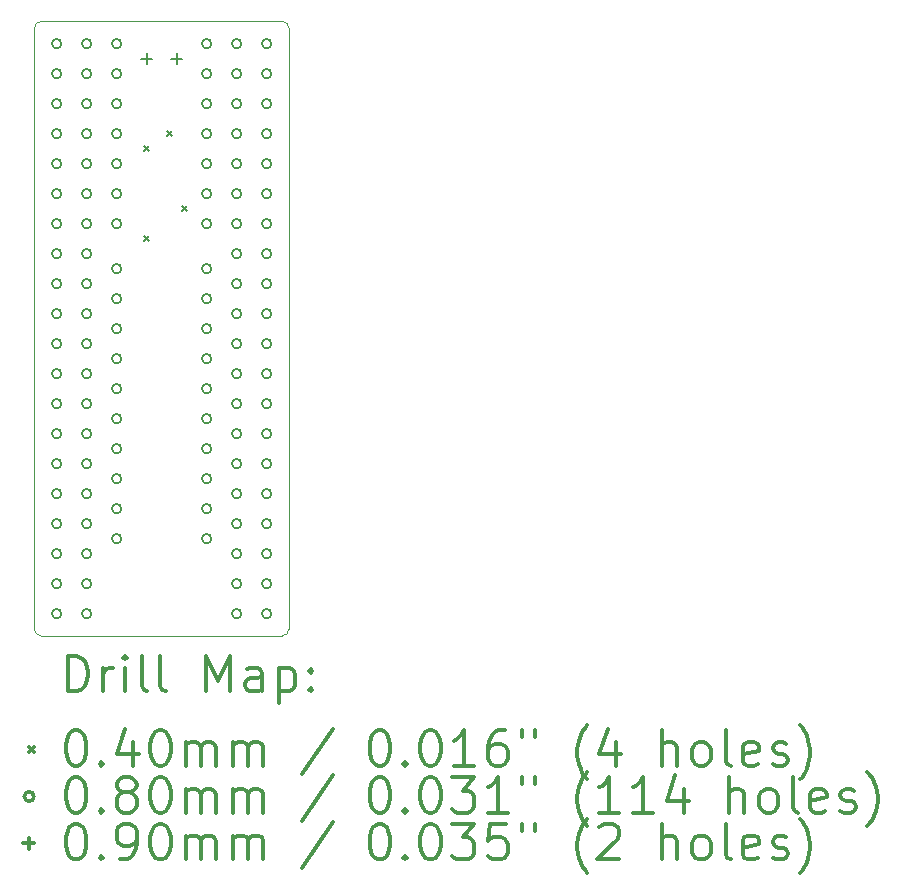
<source format=gbr>
%FSLAX45Y45*%
G04 Gerber Fmt 4.5, Leading zero omitted, Abs format (unit mm)*
G04 Created by KiCad (PCBNEW (5.1.2-1)-1) date 2023-07-30 19:37:54*
%MOMM*%
%LPD*%
G04 APERTURE LIST*
%ADD10C,0.050000*%
%ADD11C,0.200000*%
%ADD12C,0.300000*%
G04 APERTURE END LIST*
D10*
X3746500Y-2222500D02*
G75*
G02X3810000Y-2286000I0J-63500D01*
G01*
X1651000Y-2286000D02*
G75*
G02X1714500Y-2222500I63500J0D01*
G01*
X3810000Y-7366000D02*
G75*
G02X3746500Y-7429500I-63500J0D01*
G01*
X1714500Y-7429500D02*
G75*
G02X1651000Y-7366000I0J63500D01*
G01*
X1651000Y-2286000D02*
X1651000Y-7366000D01*
X3746500Y-2222500D02*
X1714500Y-2222500D01*
X3810000Y-7366000D02*
X3810000Y-2286000D01*
X1714500Y-7429500D02*
X3746500Y-7429500D01*
D11*
X2583500Y-3282000D02*
X2623500Y-3322000D01*
X2623500Y-3282000D02*
X2583500Y-3322000D01*
X2583500Y-4044000D02*
X2623500Y-4084000D01*
X2623500Y-4044000D02*
X2583500Y-4084000D01*
X2774000Y-3155000D02*
X2814000Y-3195000D01*
X2814000Y-3155000D02*
X2774000Y-3195000D01*
X2901000Y-3790000D02*
X2941000Y-3830000D01*
X2941000Y-3790000D02*
X2901000Y-3830000D01*
X2389500Y-2413000D02*
G75*
G03X2389500Y-2413000I-40000J0D01*
G01*
X2389500Y-2667000D02*
G75*
G03X2389500Y-2667000I-40000J0D01*
G01*
X2389500Y-2921000D02*
G75*
G03X2389500Y-2921000I-40000J0D01*
G01*
X2389500Y-3175000D02*
G75*
G03X2389500Y-3175000I-40000J0D01*
G01*
X2389500Y-3429000D02*
G75*
G03X2389500Y-3429000I-40000J0D01*
G01*
X2389500Y-3683000D02*
G75*
G03X2389500Y-3683000I-40000J0D01*
G01*
X2389500Y-3937000D02*
G75*
G03X2389500Y-3937000I-40000J0D01*
G01*
X3151500Y-2413000D02*
G75*
G03X3151500Y-2413000I-40000J0D01*
G01*
X3151500Y-2667000D02*
G75*
G03X3151500Y-2667000I-40000J0D01*
G01*
X3151500Y-2921000D02*
G75*
G03X3151500Y-2921000I-40000J0D01*
G01*
X3151500Y-3175000D02*
G75*
G03X3151500Y-3175000I-40000J0D01*
G01*
X3151500Y-3429000D02*
G75*
G03X3151500Y-3429000I-40000J0D01*
G01*
X3151500Y-3683000D02*
G75*
G03X3151500Y-3683000I-40000J0D01*
G01*
X3151500Y-3937000D02*
G75*
G03X3151500Y-3937000I-40000J0D01*
G01*
X2135500Y-2413000D02*
G75*
G03X2135500Y-2413000I-40000J0D01*
G01*
X2135500Y-2667000D02*
G75*
G03X2135500Y-2667000I-40000J0D01*
G01*
X2135500Y-2921000D02*
G75*
G03X2135500Y-2921000I-40000J0D01*
G01*
X2135500Y-3175000D02*
G75*
G03X2135500Y-3175000I-40000J0D01*
G01*
X2135500Y-3429000D02*
G75*
G03X2135500Y-3429000I-40000J0D01*
G01*
X2135500Y-3683000D02*
G75*
G03X2135500Y-3683000I-40000J0D01*
G01*
X2135500Y-3937000D02*
G75*
G03X2135500Y-3937000I-40000J0D01*
G01*
X2135500Y-4191000D02*
G75*
G03X2135500Y-4191000I-40000J0D01*
G01*
X2135500Y-4445000D02*
G75*
G03X2135500Y-4445000I-40000J0D01*
G01*
X2135500Y-4699000D02*
G75*
G03X2135500Y-4699000I-40000J0D01*
G01*
X2135500Y-4953000D02*
G75*
G03X2135500Y-4953000I-40000J0D01*
G01*
X2135500Y-5207000D02*
G75*
G03X2135500Y-5207000I-40000J0D01*
G01*
X2135500Y-5461000D02*
G75*
G03X2135500Y-5461000I-40000J0D01*
G01*
X2135500Y-5715000D02*
G75*
G03X2135500Y-5715000I-40000J0D01*
G01*
X2135500Y-5969000D02*
G75*
G03X2135500Y-5969000I-40000J0D01*
G01*
X2135500Y-6223000D02*
G75*
G03X2135500Y-6223000I-40000J0D01*
G01*
X2135500Y-6477000D02*
G75*
G03X2135500Y-6477000I-40000J0D01*
G01*
X2135500Y-6731000D02*
G75*
G03X2135500Y-6731000I-40000J0D01*
G01*
X2135500Y-6985000D02*
G75*
G03X2135500Y-6985000I-40000J0D01*
G01*
X2135500Y-7239000D02*
G75*
G03X2135500Y-7239000I-40000J0D01*
G01*
X3659500Y-2413000D02*
G75*
G03X3659500Y-2413000I-40000J0D01*
G01*
X3659500Y-2667000D02*
G75*
G03X3659500Y-2667000I-40000J0D01*
G01*
X3659500Y-2921000D02*
G75*
G03X3659500Y-2921000I-40000J0D01*
G01*
X3659500Y-3175000D02*
G75*
G03X3659500Y-3175000I-40000J0D01*
G01*
X3659500Y-3429000D02*
G75*
G03X3659500Y-3429000I-40000J0D01*
G01*
X3659500Y-3683000D02*
G75*
G03X3659500Y-3683000I-40000J0D01*
G01*
X3659500Y-3937000D02*
G75*
G03X3659500Y-3937000I-40000J0D01*
G01*
X3659500Y-4191000D02*
G75*
G03X3659500Y-4191000I-40000J0D01*
G01*
X3659500Y-4445000D02*
G75*
G03X3659500Y-4445000I-40000J0D01*
G01*
X3659500Y-4699000D02*
G75*
G03X3659500Y-4699000I-40000J0D01*
G01*
X3659500Y-4953000D02*
G75*
G03X3659500Y-4953000I-40000J0D01*
G01*
X3659500Y-5207000D02*
G75*
G03X3659500Y-5207000I-40000J0D01*
G01*
X3659500Y-5461000D02*
G75*
G03X3659500Y-5461000I-40000J0D01*
G01*
X3659500Y-5715000D02*
G75*
G03X3659500Y-5715000I-40000J0D01*
G01*
X3659500Y-5969000D02*
G75*
G03X3659500Y-5969000I-40000J0D01*
G01*
X3659500Y-6223000D02*
G75*
G03X3659500Y-6223000I-40000J0D01*
G01*
X3659500Y-6477000D02*
G75*
G03X3659500Y-6477000I-40000J0D01*
G01*
X3659500Y-6731000D02*
G75*
G03X3659500Y-6731000I-40000J0D01*
G01*
X3659500Y-6985000D02*
G75*
G03X3659500Y-6985000I-40000J0D01*
G01*
X3659500Y-7239000D02*
G75*
G03X3659500Y-7239000I-40000J0D01*
G01*
X2389500Y-4318000D02*
G75*
G03X2389500Y-4318000I-40000J0D01*
G01*
X2389500Y-4572000D02*
G75*
G03X2389500Y-4572000I-40000J0D01*
G01*
X2389500Y-4826000D02*
G75*
G03X2389500Y-4826000I-40000J0D01*
G01*
X2389500Y-5080000D02*
G75*
G03X2389500Y-5080000I-40000J0D01*
G01*
X2389500Y-5334000D02*
G75*
G03X2389500Y-5334000I-40000J0D01*
G01*
X2389500Y-5588000D02*
G75*
G03X2389500Y-5588000I-40000J0D01*
G01*
X2389500Y-5842000D02*
G75*
G03X2389500Y-5842000I-40000J0D01*
G01*
X2389500Y-6096000D02*
G75*
G03X2389500Y-6096000I-40000J0D01*
G01*
X2389500Y-6350000D02*
G75*
G03X2389500Y-6350000I-40000J0D01*
G01*
X2389500Y-6604000D02*
G75*
G03X2389500Y-6604000I-40000J0D01*
G01*
X3151500Y-4318000D02*
G75*
G03X3151500Y-4318000I-40000J0D01*
G01*
X3151500Y-4572000D02*
G75*
G03X3151500Y-4572000I-40000J0D01*
G01*
X3151500Y-4826000D02*
G75*
G03X3151500Y-4826000I-40000J0D01*
G01*
X3151500Y-5080000D02*
G75*
G03X3151500Y-5080000I-40000J0D01*
G01*
X3151500Y-5334000D02*
G75*
G03X3151500Y-5334000I-40000J0D01*
G01*
X3151500Y-5588000D02*
G75*
G03X3151500Y-5588000I-40000J0D01*
G01*
X3151500Y-5842000D02*
G75*
G03X3151500Y-5842000I-40000J0D01*
G01*
X3151500Y-6096000D02*
G75*
G03X3151500Y-6096000I-40000J0D01*
G01*
X3151500Y-6350000D02*
G75*
G03X3151500Y-6350000I-40000J0D01*
G01*
X3151500Y-6604000D02*
G75*
G03X3151500Y-6604000I-40000J0D01*
G01*
X1881500Y-2413000D02*
G75*
G03X1881500Y-2413000I-40000J0D01*
G01*
X1881500Y-2667000D02*
G75*
G03X1881500Y-2667000I-40000J0D01*
G01*
X1881500Y-2921000D02*
G75*
G03X1881500Y-2921000I-40000J0D01*
G01*
X1881500Y-3175000D02*
G75*
G03X1881500Y-3175000I-40000J0D01*
G01*
X1881500Y-3429000D02*
G75*
G03X1881500Y-3429000I-40000J0D01*
G01*
X1881500Y-3683000D02*
G75*
G03X1881500Y-3683000I-40000J0D01*
G01*
X1881500Y-3937000D02*
G75*
G03X1881500Y-3937000I-40000J0D01*
G01*
X1881500Y-4191000D02*
G75*
G03X1881500Y-4191000I-40000J0D01*
G01*
X1881500Y-4445000D02*
G75*
G03X1881500Y-4445000I-40000J0D01*
G01*
X1881500Y-4699000D02*
G75*
G03X1881500Y-4699000I-40000J0D01*
G01*
X1881500Y-4953000D02*
G75*
G03X1881500Y-4953000I-40000J0D01*
G01*
X1881500Y-5207000D02*
G75*
G03X1881500Y-5207000I-40000J0D01*
G01*
X1881500Y-5461000D02*
G75*
G03X1881500Y-5461000I-40000J0D01*
G01*
X1881500Y-5715000D02*
G75*
G03X1881500Y-5715000I-40000J0D01*
G01*
X1881500Y-5969000D02*
G75*
G03X1881500Y-5969000I-40000J0D01*
G01*
X1881500Y-6223000D02*
G75*
G03X1881500Y-6223000I-40000J0D01*
G01*
X1881500Y-6477000D02*
G75*
G03X1881500Y-6477000I-40000J0D01*
G01*
X1881500Y-6731000D02*
G75*
G03X1881500Y-6731000I-40000J0D01*
G01*
X1881500Y-6985000D02*
G75*
G03X1881500Y-6985000I-40000J0D01*
G01*
X1881500Y-7239000D02*
G75*
G03X1881500Y-7239000I-40000J0D01*
G01*
X3405500Y-2413000D02*
G75*
G03X3405500Y-2413000I-40000J0D01*
G01*
X3405500Y-2667000D02*
G75*
G03X3405500Y-2667000I-40000J0D01*
G01*
X3405500Y-2921000D02*
G75*
G03X3405500Y-2921000I-40000J0D01*
G01*
X3405500Y-3175000D02*
G75*
G03X3405500Y-3175000I-40000J0D01*
G01*
X3405500Y-3429000D02*
G75*
G03X3405500Y-3429000I-40000J0D01*
G01*
X3405500Y-3683000D02*
G75*
G03X3405500Y-3683000I-40000J0D01*
G01*
X3405500Y-3937000D02*
G75*
G03X3405500Y-3937000I-40000J0D01*
G01*
X3405500Y-4191000D02*
G75*
G03X3405500Y-4191000I-40000J0D01*
G01*
X3405500Y-4445000D02*
G75*
G03X3405500Y-4445000I-40000J0D01*
G01*
X3405500Y-4699000D02*
G75*
G03X3405500Y-4699000I-40000J0D01*
G01*
X3405500Y-4953000D02*
G75*
G03X3405500Y-4953000I-40000J0D01*
G01*
X3405500Y-5207000D02*
G75*
G03X3405500Y-5207000I-40000J0D01*
G01*
X3405500Y-5461000D02*
G75*
G03X3405500Y-5461000I-40000J0D01*
G01*
X3405500Y-5715000D02*
G75*
G03X3405500Y-5715000I-40000J0D01*
G01*
X3405500Y-5969000D02*
G75*
G03X3405500Y-5969000I-40000J0D01*
G01*
X3405500Y-6223000D02*
G75*
G03X3405500Y-6223000I-40000J0D01*
G01*
X3405500Y-6477000D02*
G75*
G03X3405500Y-6477000I-40000J0D01*
G01*
X3405500Y-6731000D02*
G75*
G03X3405500Y-6731000I-40000J0D01*
G01*
X3405500Y-6985000D02*
G75*
G03X3405500Y-6985000I-40000J0D01*
G01*
X3405500Y-7239000D02*
G75*
G03X3405500Y-7239000I-40000J0D01*
G01*
X2603500Y-2495000D02*
X2603500Y-2585000D01*
X2558500Y-2540000D02*
X2648500Y-2540000D01*
X2857500Y-2495000D02*
X2857500Y-2585000D01*
X2812500Y-2540000D02*
X2902500Y-2540000D01*
D12*
X1934928Y-7897714D02*
X1934928Y-7597714D01*
X2006357Y-7597714D01*
X2049214Y-7612000D01*
X2077786Y-7640571D01*
X2092071Y-7669143D01*
X2106357Y-7726286D01*
X2106357Y-7769143D01*
X2092071Y-7826286D01*
X2077786Y-7854857D01*
X2049214Y-7883429D01*
X2006357Y-7897714D01*
X1934928Y-7897714D01*
X2234928Y-7897714D02*
X2234928Y-7697714D01*
X2234928Y-7754857D02*
X2249214Y-7726286D01*
X2263500Y-7712000D01*
X2292071Y-7697714D01*
X2320643Y-7697714D01*
X2420643Y-7897714D02*
X2420643Y-7697714D01*
X2420643Y-7597714D02*
X2406357Y-7612000D01*
X2420643Y-7626286D01*
X2434928Y-7612000D01*
X2420643Y-7597714D01*
X2420643Y-7626286D01*
X2606357Y-7897714D02*
X2577786Y-7883429D01*
X2563500Y-7854857D01*
X2563500Y-7597714D01*
X2763500Y-7897714D02*
X2734928Y-7883429D01*
X2720643Y-7854857D01*
X2720643Y-7597714D01*
X3106357Y-7897714D02*
X3106357Y-7597714D01*
X3206357Y-7812000D01*
X3306357Y-7597714D01*
X3306357Y-7897714D01*
X3577786Y-7897714D02*
X3577786Y-7740571D01*
X3563500Y-7712000D01*
X3534928Y-7697714D01*
X3477786Y-7697714D01*
X3449214Y-7712000D01*
X3577786Y-7883429D02*
X3549214Y-7897714D01*
X3477786Y-7897714D01*
X3449214Y-7883429D01*
X3434928Y-7854857D01*
X3434928Y-7826286D01*
X3449214Y-7797714D01*
X3477786Y-7783429D01*
X3549214Y-7783429D01*
X3577786Y-7769143D01*
X3720643Y-7697714D02*
X3720643Y-7997714D01*
X3720643Y-7712000D02*
X3749214Y-7697714D01*
X3806357Y-7697714D01*
X3834928Y-7712000D01*
X3849214Y-7726286D01*
X3863500Y-7754857D01*
X3863500Y-7840571D01*
X3849214Y-7869143D01*
X3834928Y-7883429D01*
X3806357Y-7897714D01*
X3749214Y-7897714D01*
X3720643Y-7883429D01*
X3992071Y-7869143D02*
X4006357Y-7883429D01*
X3992071Y-7897714D01*
X3977786Y-7883429D01*
X3992071Y-7869143D01*
X3992071Y-7897714D01*
X3992071Y-7712000D02*
X4006357Y-7726286D01*
X3992071Y-7740571D01*
X3977786Y-7726286D01*
X3992071Y-7712000D01*
X3992071Y-7740571D01*
X1608500Y-8372000D02*
X1648500Y-8412000D01*
X1648500Y-8372000D02*
X1608500Y-8412000D01*
X1992071Y-8227714D02*
X2020643Y-8227714D01*
X2049214Y-8242000D01*
X2063500Y-8256286D01*
X2077786Y-8284857D01*
X2092071Y-8342000D01*
X2092071Y-8413429D01*
X2077786Y-8470572D01*
X2063500Y-8499143D01*
X2049214Y-8513429D01*
X2020643Y-8527714D01*
X1992071Y-8527714D01*
X1963500Y-8513429D01*
X1949214Y-8499143D01*
X1934928Y-8470572D01*
X1920643Y-8413429D01*
X1920643Y-8342000D01*
X1934928Y-8284857D01*
X1949214Y-8256286D01*
X1963500Y-8242000D01*
X1992071Y-8227714D01*
X2220643Y-8499143D02*
X2234928Y-8513429D01*
X2220643Y-8527714D01*
X2206357Y-8513429D01*
X2220643Y-8499143D01*
X2220643Y-8527714D01*
X2492071Y-8327714D02*
X2492071Y-8527714D01*
X2420643Y-8213429D02*
X2349214Y-8427714D01*
X2534928Y-8427714D01*
X2706357Y-8227714D02*
X2734928Y-8227714D01*
X2763500Y-8242000D01*
X2777786Y-8256286D01*
X2792071Y-8284857D01*
X2806357Y-8342000D01*
X2806357Y-8413429D01*
X2792071Y-8470572D01*
X2777786Y-8499143D01*
X2763500Y-8513429D01*
X2734928Y-8527714D01*
X2706357Y-8527714D01*
X2677786Y-8513429D01*
X2663500Y-8499143D01*
X2649214Y-8470572D01*
X2634928Y-8413429D01*
X2634928Y-8342000D01*
X2649214Y-8284857D01*
X2663500Y-8256286D01*
X2677786Y-8242000D01*
X2706357Y-8227714D01*
X2934928Y-8527714D02*
X2934928Y-8327714D01*
X2934928Y-8356286D02*
X2949214Y-8342000D01*
X2977786Y-8327714D01*
X3020643Y-8327714D01*
X3049214Y-8342000D01*
X3063500Y-8370571D01*
X3063500Y-8527714D01*
X3063500Y-8370571D02*
X3077786Y-8342000D01*
X3106357Y-8327714D01*
X3149214Y-8327714D01*
X3177786Y-8342000D01*
X3192071Y-8370571D01*
X3192071Y-8527714D01*
X3334928Y-8527714D02*
X3334928Y-8327714D01*
X3334928Y-8356286D02*
X3349214Y-8342000D01*
X3377786Y-8327714D01*
X3420643Y-8327714D01*
X3449214Y-8342000D01*
X3463500Y-8370571D01*
X3463500Y-8527714D01*
X3463500Y-8370571D02*
X3477786Y-8342000D01*
X3506357Y-8327714D01*
X3549214Y-8327714D01*
X3577786Y-8342000D01*
X3592071Y-8370571D01*
X3592071Y-8527714D01*
X4177786Y-8213429D02*
X3920643Y-8599143D01*
X4563500Y-8227714D02*
X4592071Y-8227714D01*
X4620643Y-8242000D01*
X4634928Y-8256286D01*
X4649214Y-8284857D01*
X4663500Y-8342000D01*
X4663500Y-8413429D01*
X4649214Y-8470572D01*
X4634928Y-8499143D01*
X4620643Y-8513429D01*
X4592071Y-8527714D01*
X4563500Y-8527714D01*
X4534928Y-8513429D01*
X4520643Y-8499143D01*
X4506357Y-8470572D01*
X4492071Y-8413429D01*
X4492071Y-8342000D01*
X4506357Y-8284857D01*
X4520643Y-8256286D01*
X4534928Y-8242000D01*
X4563500Y-8227714D01*
X4792071Y-8499143D02*
X4806357Y-8513429D01*
X4792071Y-8527714D01*
X4777786Y-8513429D01*
X4792071Y-8499143D01*
X4792071Y-8527714D01*
X4992071Y-8227714D02*
X5020643Y-8227714D01*
X5049214Y-8242000D01*
X5063500Y-8256286D01*
X5077786Y-8284857D01*
X5092071Y-8342000D01*
X5092071Y-8413429D01*
X5077786Y-8470572D01*
X5063500Y-8499143D01*
X5049214Y-8513429D01*
X5020643Y-8527714D01*
X4992071Y-8527714D01*
X4963500Y-8513429D01*
X4949214Y-8499143D01*
X4934928Y-8470572D01*
X4920643Y-8413429D01*
X4920643Y-8342000D01*
X4934928Y-8284857D01*
X4949214Y-8256286D01*
X4963500Y-8242000D01*
X4992071Y-8227714D01*
X5377786Y-8527714D02*
X5206357Y-8527714D01*
X5292071Y-8527714D02*
X5292071Y-8227714D01*
X5263500Y-8270571D01*
X5234928Y-8299143D01*
X5206357Y-8313429D01*
X5634928Y-8227714D02*
X5577786Y-8227714D01*
X5549214Y-8242000D01*
X5534928Y-8256286D01*
X5506357Y-8299143D01*
X5492071Y-8356286D01*
X5492071Y-8470572D01*
X5506357Y-8499143D01*
X5520643Y-8513429D01*
X5549214Y-8527714D01*
X5606357Y-8527714D01*
X5634928Y-8513429D01*
X5649214Y-8499143D01*
X5663500Y-8470572D01*
X5663500Y-8399143D01*
X5649214Y-8370571D01*
X5634928Y-8356286D01*
X5606357Y-8342000D01*
X5549214Y-8342000D01*
X5520643Y-8356286D01*
X5506357Y-8370571D01*
X5492071Y-8399143D01*
X5777786Y-8227714D02*
X5777786Y-8284857D01*
X5892071Y-8227714D02*
X5892071Y-8284857D01*
X6334928Y-8642000D02*
X6320643Y-8627714D01*
X6292071Y-8584857D01*
X6277786Y-8556286D01*
X6263500Y-8513429D01*
X6249214Y-8442000D01*
X6249214Y-8384857D01*
X6263500Y-8313429D01*
X6277786Y-8270571D01*
X6292071Y-8242000D01*
X6320643Y-8199143D01*
X6334928Y-8184857D01*
X6577786Y-8327714D02*
X6577786Y-8527714D01*
X6506357Y-8213429D02*
X6434928Y-8427714D01*
X6620643Y-8427714D01*
X6963500Y-8527714D02*
X6963500Y-8227714D01*
X7092071Y-8527714D02*
X7092071Y-8370571D01*
X7077786Y-8342000D01*
X7049214Y-8327714D01*
X7006357Y-8327714D01*
X6977786Y-8342000D01*
X6963500Y-8356286D01*
X7277786Y-8527714D02*
X7249214Y-8513429D01*
X7234928Y-8499143D01*
X7220643Y-8470572D01*
X7220643Y-8384857D01*
X7234928Y-8356286D01*
X7249214Y-8342000D01*
X7277786Y-8327714D01*
X7320643Y-8327714D01*
X7349214Y-8342000D01*
X7363500Y-8356286D01*
X7377786Y-8384857D01*
X7377786Y-8470572D01*
X7363500Y-8499143D01*
X7349214Y-8513429D01*
X7320643Y-8527714D01*
X7277786Y-8527714D01*
X7549214Y-8527714D02*
X7520643Y-8513429D01*
X7506357Y-8484857D01*
X7506357Y-8227714D01*
X7777786Y-8513429D02*
X7749214Y-8527714D01*
X7692071Y-8527714D01*
X7663500Y-8513429D01*
X7649214Y-8484857D01*
X7649214Y-8370571D01*
X7663500Y-8342000D01*
X7692071Y-8327714D01*
X7749214Y-8327714D01*
X7777786Y-8342000D01*
X7792071Y-8370571D01*
X7792071Y-8399143D01*
X7649214Y-8427714D01*
X7906357Y-8513429D02*
X7934928Y-8527714D01*
X7992071Y-8527714D01*
X8020643Y-8513429D01*
X8034928Y-8484857D01*
X8034928Y-8470572D01*
X8020643Y-8442000D01*
X7992071Y-8427714D01*
X7949214Y-8427714D01*
X7920643Y-8413429D01*
X7906357Y-8384857D01*
X7906357Y-8370571D01*
X7920643Y-8342000D01*
X7949214Y-8327714D01*
X7992071Y-8327714D01*
X8020643Y-8342000D01*
X8134928Y-8642000D02*
X8149214Y-8627714D01*
X8177786Y-8584857D01*
X8192071Y-8556286D01*
X8206357Y-8513429D01*
X8220643Y-8442000D01*
X8220643Y-8384857D01*
X8206357Y-8313429D01*
X8192071Y-8270571D01*
X8177786Y-8242000D01*
X8149214Y-8199143D01*
X8134928Y-8184857D01*
X1648500Y-8788000D02*
G75*
G03X1648500Y-8788000I-40000J0D01*
G01*
X1992071Y-8623714D02*
X2020643Y-8623714D01*
X2049214Y-8638000D01*
X2063500Y-8652286D01*
X2077786Y-8680857D01*
X2092071Y-8738000D01*
X2092071Y-8809429D01*
X2077786Y-8866572D01*
X2063500Y-8895143D01*
X2049214Y-8909429D01*
X2020643Y-8923714D01*
X1992071Y-8923714D01*
X1963500Y-8909429D01*
X1949214Y-8895143D01*
X1934928Y-8866572D01*
X1920643Y-8809429D01*
X1920643Y-8738000D01*
X1934928Y-8680857D01*
X1949214Y-8652286D01*
X1963500Y-8638000D01*
X1992071Y-8623714D01*
X2220643Y-8895143D02*
X2234928Y-8909429D01*
X2220643Y-8923714D01*
X2206357Y-8909429D01*
X2220643Y-8895143D01*
X2220643Y-8923714D01*
X2406357Y-8752286D02*
X2377786Y-8738000D01*
X2363500Y-8723714D01*
X2349214Y-8695143D01*
X2349214Y-8680857D01*
X2363500Y-8652286D01*
X2377786Y-8638000D01*
X2406357Y-8623714D01*
X2463500Y-8623714D01*
X2492071Y-8638000D01*
X2506357Y-8652286D01*
X2520643Y-8680857D01*
X2520643Y-8695143D01*
X2506357Y-8723714D01*
X2492071Y-8738000D01*
X2463500Y-8752286D01*
X2406357Y-8752286D01*
X2377786Y-8766572D01*
X2363500Y-8780857D01*
X2349214Y-8809429D01*
X2349214Y-8866572D01*
X2363500Y-8895143D01*
X2377786Y-8909429D01*
X2406357Y-8923714D01*
X2463500Y-8923714D01*
X2492071Y-8909429D01*
X2506357Y-8895143D01*
X2520643Y-8866572D01*
X2520643Y-8809429D01*
X2506357Y-8780857D01*
X2492071Y-8766572D01*
X2463500Y-8752286D01*
X2706357Y-8623714D02*
X2734928Y-8623714D01*
X2763500Y-8638000D01*
X2777786Y-8652286D01*
X2792071Y-8680857D01*
X2806357Y-8738000D01*
X2806357Y-8809429D01*
X2792071Y-8866572D01*
X2777786Y-8895143D01*
X2763500Y-8909429D01*
X2734928Y-8923714D01*
X2706357Y-8923714D01*
X2677786Y-8909429D01*
X2663500Y-8895143D01*
X2649214Y-8866572D01*
X2634928Y-8809429D01*
X2634928Y-8738000D01*
X2649214Y-8680857D01*
X2663500Y-8652286D01*
X2677786Y-8638000D01*
X2706357Y-8623714D01*
X2934928Y-8923714D02*
X2934928Y-8723714D01*
X2934928Y-8752286D02*
X2949214Y-8738000D01*
X2977786Y-8723714D01*
X3020643Y-8723714D01*
X3049214Y-8738000D01*
X3063500Y-8766572D01*
X3063500Y-8923714D01*
X3063500Y-8766572D02*
X3077786Y-8738000D01*
X3106357Y-8723714D01*
X3149214Y-8723714D01*
X3177786Y-8738000D01*
X3192071Y-8766572D01*
X3192071Y-8923714D01*
X3334928Y-8923714D02*
X3334928Y-8723714D01*
X3334928Y-8752286D02*
X3349214Y-8738000D01*
X3377786Y-8723714D01*
X3420643Y-8723714D01*
X3449214Y-8738000D01*
X3463500Y-8766572D01*
X3463500Y-8923714D01*
X3463500Y-8766572D02*
X3477786Y-8738000D01*
X3506357Y-8723714D01*
X3549214Y-8723714D01*
X3577786Y-8738000D01*
X3592071Y-8766572D01*
X3592071Y-8923714D01*
X4177786Y-8609429D02*
X3920643Y-8995143D01*
X4563500Y-8623714D02*
X4592071Y-8623714D01*
X4620643Y-8638000D01*
X4634928Y-8652286D01*
X4649214Y-8680857D01*
X4663500Y-8738000D01*
X4663500Y-8809429D01*
X4649214Y-8866572D01*
X4634928Y-8895143D01*
X4620643Y-8909429D01*
X4592071Y-8923714D01*
X4563500Y-8923714D01*
X4534928Y-8909429D01*
X4520643Y-8895143D01*
X4506357Y-8866572D01*
X4492071Y-8809429D01*
X4492071Y-8738000D01*
X4506357Y-8680857D01*
X4520643Y-8652286D01*
X4534928Y-8638000D01*
X4563500Y-8623714D01*
X4792071Y-8895143D02*
X4806357Y-8909429D01*
X4792071Y-8923714D01*
X4777786Y-8909429D01*
X4792071Y-8895143D01*
X4792071Y-8923714D01*
X4992071Y-8623714D02*
X5020643Y-8623714D01*
X5049214Y-8638000D01*
X5063500Y-8652286D01*
X5077786Y-8680857D01*
X5092071Y-8738000D01*
X5092071Y-8809429D01*
X5077786Y-8866572D01*
X5063500Y-8895143D01*
X5049214Y-8909429D01*
X5020643Y-8923714D01*
X4992071Y-8923714D01*
X4963500Y-8909429D01*
X4949214Y-8895143D01*
X4934928Y-8866572D01*
X4920643Y-8809429D01*
X4920643Y-8738000D01*
X4934928Y-8680857D01*
X4949214Y-8652286D01*
X4963500Y-8638000D01*
X4992071Y-8623714D01*
X5192071Y-8623714D02*
X5377786Y-8623714D01*
X5277786Y-8738000D01*
X5320643Y-8738000D01*
X5349214Y-8752286D01*
X5363500Y-8766572D01*
X5377786Y-8795143D01*
X5377786Y-8866572D01*
X5363500Y-8895143D01*
X5349214Y-8909429D01*
X5320643Y-8923714D01*
X5234928Y-8923714D01*
X5206357Y-8909429D01*
X5192071Y-8895143D01*
X5663500Y-8923714D02*
X5492071Y-8923714D01*
X5577786Y-8923714D02*
X5577786Y-8623714D01*
X5549214Y-8666572D01*
X5520643Y-8695143D01*
X5492071Y-8709429D01*
X5777786Y-8623714D02*
X5777786Y-8680857D01*
X5892071Y-8623714D02*
X5892071Y-8680857D01*
X6334928Y-9038000D02*
X6320643Y-9023714D01*
X6292071Y-8980857D01*
X6277786Y-8952286D01*
X6263500Y-8909429D01*
X6249214Y-8838000D01*
X6249214Y-8780857D01*
X6263500Y-8709429D01*
X6277786Y-8666572D01*
X6292071Y-8638000D01*
X6320643Y-8595143D01*
X6334928Y-8580857D01*
X6606357Y-8923714D02*
X6434928Y-8923714D01*
X6520643Y-8923714D02*
X6520643Y-8623714D01*
X6492071Y-8666572D01*
X6463500Y-8695143D01*
X6434928Y-8709429D01*
X6892071Y-8923714D02*
X6720643Y-8923714D01*
X6806357Y-8923714D02*
X6806357Y-8623714D01*
X6777786Y-8666572D01*
X6749214Y-8695143D01*
X6720643Y-8709429D01*
X7149214Y-8723714D02*
X7149214Y-8923714D01*
X7077786Y-8609429D02*
X7006357Y-8823714D01*
X7192071Y-8823714D01*
X7534928Y-8923714D02*
X7534928Y-8623714D01*
X7663500Y-8923714D02*
X7663500Y-8766572D01*
X7649214Y-8738000D01*
X7620643Y-8723714D01*
X7577786Y-8723714D01*
X7549214Y-8738000D01*
X7534928Y-8752286D01*
X7849214Y-8923714D02*
X7820643Y-8909429D01*
X7806357Y-8895143D01*
X7792071Y-8866572D01*
X7792071Y-8780857D01*
X7806357Y-8752286D01*
X7820643Y-8738000D01*
X7849214Y-8723714D01*
X7892071Y-8723714D01*
X7920643Y-8738000D01*
X7934928Y-8752286D01*
X7949214Y-8780857D01*
X7949214Y-8866572D01*
X7934928Y-8895143D01*
X7920643Y-8909429D01*
X7892071Y-8923714D01*
X7849214Y-8923714D01*
X8120643Y-8923714D02*
X8092071Y-8909429D01*
X8077786Y-8880857D01*
X8077786Y-8623714D01*
X8349214Y-8909429D02*
X8320643Y-8923714D01*
X8263500Y-8923714D01*
X8234928Y-8909429D01*
X8220643Y-8880857D01*
X8220643Y-8766572D01*
X8234928Y-8738000D01*
X8263500Y-8723714D01*
X8320643Y-8723714D01*
X8349214Y-8738000D01*
X8363500Y-8766572D01*
X8363500Y-8795143D01*
X8220643Y-8823714D01*
X8477786Y-8909429D02*
X8506357Y-8923714D01*
X8563500Y-8923714D01*
X8592071Y-8909429D01*
X8606357Y-8880857D01*
X8606357Y-8866572D01*
X8592071Y-8838000D01*
X8563500Y-8823714D01*
X8520643Y-8823714D01*
X8492071Y-8809429D01*
X8477786Y-8780857D01*
X8477786Y-8766572D01*
X8492071Y-8738000D01*
X8520643Y-8723714D01*
X8563500Y-8723714D01*
X8592071Y-8738000D01*
X8706357Y-9038000D02*
X8720643Y-9023714D01*
X8749214Y-8980857D01*
X8763500Y-8952286D01*
X8777786Y-8909429D01*
X8792071Y-8838000D01*
X8792071Y-8780857D01*
X8777786Y-8709429D01*
X8763500Y-8666572D01*
X8749214Y-8638000D01*
X8720643Y-8595143D01*
X8706357Y-8580857D01*
X1603500Y-9139000D02*
X1603500Y-9229000D01*
X1558500Y-9184000D02*
X1648500Y-9184000D01*
X1992071Y-9019714D02*
X2020643Y-9019714D01*
X2049214Y-9034000D01*
X2063500Y-9048286D01*
X2077786Y-9076857D01*
X2092071Y-9134000D01*
X2092071Y-9205429D01*
X2077786Y-9262572D01*
X2063500Y-9291143D01*
X2049214Y-9305429D01*
X2020643Y-9319714D01*
X1992071Y-9319714D01*
X1963500Y-9305429D01*
X1949214Y-9291143D01*
X1934928Y-9262572D01*
X1920643Y-9205429D01*
X1920643Y-9134000D01*
X1934928Y-9076857D01*
X1949214Y-9048286D01*
X1963500Y-9034000D01*
X1992071Y-9019714D01*
X2220643Y-9291143D02*
X2234928Y-9305429D01*
X2220643Y-9319714D01*
X2206357Y-9305429D01*
X2220643Y-9291143D01*
X2220643Y-9319714D01*
X2377786Y-9319714D02*
X2434928Y-9319714D01*
X2463500Y-9305429D01*
X2477786Y-9291143D01*
X2506357Y-9248286D01*
X2520643Y-9191143D01*
X2520643Y-9076857D01*
X2506357Y-9048286D01*
X2492071Y-9034000D01*
X2463500Y-9019714D01*
X2406357Y-9019714D01*
X2377786Y-9034000D01*
X2363500Y-9048286D01*
X2349214Y-9076857D01*
X2349214Y-9148286D01*
X2363500Y-9176857D01*
X2377786Y-9191143D01*
X2406357Y-9205429D01*
X2463500Y-9205429D01*
X2492071Y-9191143D01*
X2506357Y-9176857D01*
X2520643Y-9148286D01*
X2706357Y-9019714D02*
X2734928Y-9019714D01*
X2763500Y-9034000D01*
X2777786Y-9048286D01*
X2792071Y-9076857D01*
X2806357Y-9134000D01*
X2806357Y-9205429D01*
X2792071Y-9262572D01*
X2777786Y-9291143D01*
X2763500Y-9305429D01*
X2734928Y-9319714D01*
X2706357Y-9319714D01*
X2677786Y-9305429D01*
X2663500Y-9291143D01*
X2649214Y-9262572D01*
X2634928Y-9205429D01*
X2634928Y-9134000D01*
X2649214Y-9076857D01*
X2663500Y-9048286D01*
X2677786Y-9034000D01*
X2706357Y-9019714D01*
X2934928Y-9319714D02*
X2934928Y-9119714D01*
X2934928Y-9148286D02*
X2949214Y-9134000D01*
X2977786Y-9119714D01*
X3020643Y-9119714D01*
X3049214Y-9134000D01*
X3063500Y-9162572D01*
X3063500Y-9319714D01*
X3063500Y-9162572D02*
X3077786Y-9134000D01*
X3106357Y-9119714D01*
X3149214Y-9119714D01*
X3177786Y-9134000D01*
X3192071Y-9162572D01*
X3192071Y-9319714D01*
X3334928Y-9319714D02*
X3334928Y-9119714D01*
X3334928Y-9148286D02*
X3349214Y-9134000D01*
X3377786Y-9119714D01*
X3420643Y-9119714D01*
X3449214Y-9134000D01*
X3463500Y-9162572D01*
X3463500Y-9319714D01*
X3463500Y-9162572D02*
X3477786Y-9134000D01*
X3506357Y-9119714D01*
X3549214Y-9119714D01*
X3577786Y-9134000D01*
X3592071Y-9162572D01*
X3592071Y-9319714D01*
X4177786Y-9005429D02*
X3920643Y-9391143D01*
X4563500Y-9019714D02*
X4592071Y-9019714D01*
X4620643Y-9034000D01*
X4634928Y-9048286D01*
X4649214Y-9076857D01*
X4663500Y-9134000D01*
X4663500Y-9205429D01*
X4649214Y-9262572D01*
X4634928Y-9291143D01*
X4620643Y-9305429D01*
X4592071Y-9319714D01*
X4563500Y-9319714D01*
X4534928Y-9305429D01*
X4520643Y-9291143D01*
X4506357Y-9262572D01*
X4492071Y-9205429D01*
X4492071Y-9134000D01*
X4506357Y-9076857D01*
X4520643Y-9048286D01*
X4534928Y-9034000D01*
X4563500Y-9019714D01*
X4792071Y-9291143D02*
X4806357Y-9305429D01*
X4792071Y-9319714D01*
X4777786Y-9305429D01*
X4792071Y-9291143D01*
X4792071Y-9319714D01*
X4992071Y-9019714D02*
X5020643Y-9019714D01*
X5049214Y-9034000D01*
X5063500Y-9048286D01*
X5077786Y-9076857D01*
X5092071Y-9134000D01*
X5092071Y-9205429D01*
X5077786Y-9262572D01*
X5063500Y-9291143D01*
X5049214Y-9305429D01*
X5020643Y-9319714D01*
X4992071Y-9319714D01*
X4963500Y-9305429D01*
X4949214Y-9291143D01*
X4934928Y-9262572D01*
X4920643Y-9205429D01*
X4920643Y-9134000D01*
X4934928Y-9076857D01*
X4949214Y-9048286D01*
X4963500Y-9034000D01*
X4992071Y-9019714D01*
X5192071Y-9019714D02*
X5377786Y-9019714D01*
X5277786Y-9134000D01*
X5320643Y-9134000D01*
X5349214Y-9148286D01*
X5363500Y-9162572D01*
X5377786Y-9191143D01*
X5377786Y-9262572D01*
X5363500Y-9291143D01*
X5349214Y-9305429D01*
X5320643Y-9319714D01*
X5234928Y-9319714D01*
X5206357Y-9305429D01*
X5192071Y-9291143D01*
X5649214Y-9019714D02*
X5506357Y-9019714D01*
X5492071Y-9162572D01*
X5506357Y-9148286D01*
X5534928Y-9134000D01*
X5606357Y-9134000D01*
X5634928Y-9148286D01*
X5649214Y-9162572D01*
X5663500Y-9191143D01*
X5663500Y-9262572D01*
X5649214Y-9291143D01*
X5634928Y-9305429D01*
X5606357Y-9319714D01*
X5534928Y-9319714D01*
X5506357Y-9305429D01*
X5492071Y-9291143D01*
X5777786Y-9019714D02*
X5777786Y-9076857D01*
X5892071Y-9019714D02*
X5892071Y-9076857D01*
X6334928Y-9434000D02*
X6320643Y-9419714D01*
X6292071Y-9376857D01*
X6277786Y-9348286D01*
X6263500Y-9305429D01*
X6249214Y-9234000D01*
X6249214Y-9176857D01*
X6263500Y-9105429D01*
X6277786Y-9062572D01*
X6292071Y-9034000D01*
X6320643Y-8991143D01*
X6334928Y-8976857D01*
X6434928Y-9048286D02*
X6449214Y-9034000D01*
X6477786Y-9019714D01*
X6549214Y-9019714D01*
X6577786Y-9034000D01*
X6592071Y-9048286D01*
X6606357Y-9076857D01*
X6606357Y-9105429D01*
X6592071Y-9148286D01*
X6420643Y-9319714D01*
X6606357Y-9319714D01*
X6963500Y-9319714D02*
X6963500Y-9019714D01*
X7092071Y-9319714D02*
X7092071Y-9162572D01*
X7077786Y-9134000D01*
X7049214Y-9119714D01*
X7006357Y-9119714D01*
X6977786Y-9134000D01*
X6963500Y-9148286D01*
X7277786Y-9319714D02*
X7249214Y-9305429D01*
X7234928Y-9291143D01*
X7220643Y-9262572D01*
X7220643Y-9176857D01*
X7234928Y-9148286D01*
X7249214Y-9134000D01*
X7277786Y-9119714D01*
X7320643Y-9119714D01*
X7349214Y-9134000D01*
X7363500Y-9148286D01*
X7377786Y-9176857D01*
X7377786Y-9262572D01*
X7363500Y-9291143D01*
X7349214Y-9305429D01*
X7320643Y-9319714D01*
X7277786Y-9319714D01*
X7549214Y-9319714D02*
X7520643Y-9305429D01*
X7506357Y-9276857D01*
X7506357Y-9019714D01*
X7777786Y-9305429D02*
X7749214Y-9319714D01*
X7692071Y-9319714D01*
X7663500Y-9305429D01*
X7649214Y-9276857D01*
X7649214Y-9162572D01*
X7663500Y-9134000D01*
X7692071Y-9119714D01*
X7749214Y-9119714D01*
X7777786Y-9134000D01*
X7792071Y-9162572D01*
X7792071Y-9191143D01*
X7649214Y-9219714D01*
X7906357Y-9305429D02*
X7934928Y-9319714D01*
X7992071Y-9319714D01*
X8020643Y-9305429D01*
X8034928Y-9276857D01*
X8034928Y-9262572D01*
X8020643Y-9234000D01*
X7992071Y-9219714D01*
X7949214Y-9219714D01*
X7920643Y-9205429D01*
X7906357Y-9176857D01*
X7906357Y-9162572D01*
X7920643Y-9134000D01*
X7949214Y-9119714D01*
X7992071Y-9119714D01*
X8020643Y-9134000D01*
X8134928Y-9434000D02*
X8149214Y-9419714D01*
X8177786Y-9376857D01*
X8192071Y-9348286D01*
X8206357Y-9305429D01*
X8220643Y-9234000D01*
X8220643Y-9176857D01*
X8206357Y-9105429D01*
X8192071Y-9062572D01*
X8177786Y-9034000D01*
X8149214Y-8991143D01*
X8134928Y-8976857D01*
M02*

</source>
